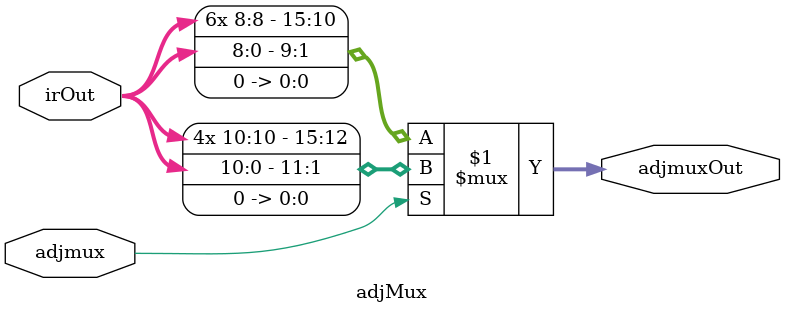
<source format=v>
module adjMux(irOut, adjmux, adjmuxOut);

input signed [15:0]irOut;
input adjmux;
output signed [15:0]adjmuxOut;

assign adjmuxOut = adjmux?{{4{irOut[10]}}, {irOut[10:0]}, {1'b0}}:{{6{irOut[8]}}, {irOut[8:0]}, {1'b0}};
endmodule

</source>
